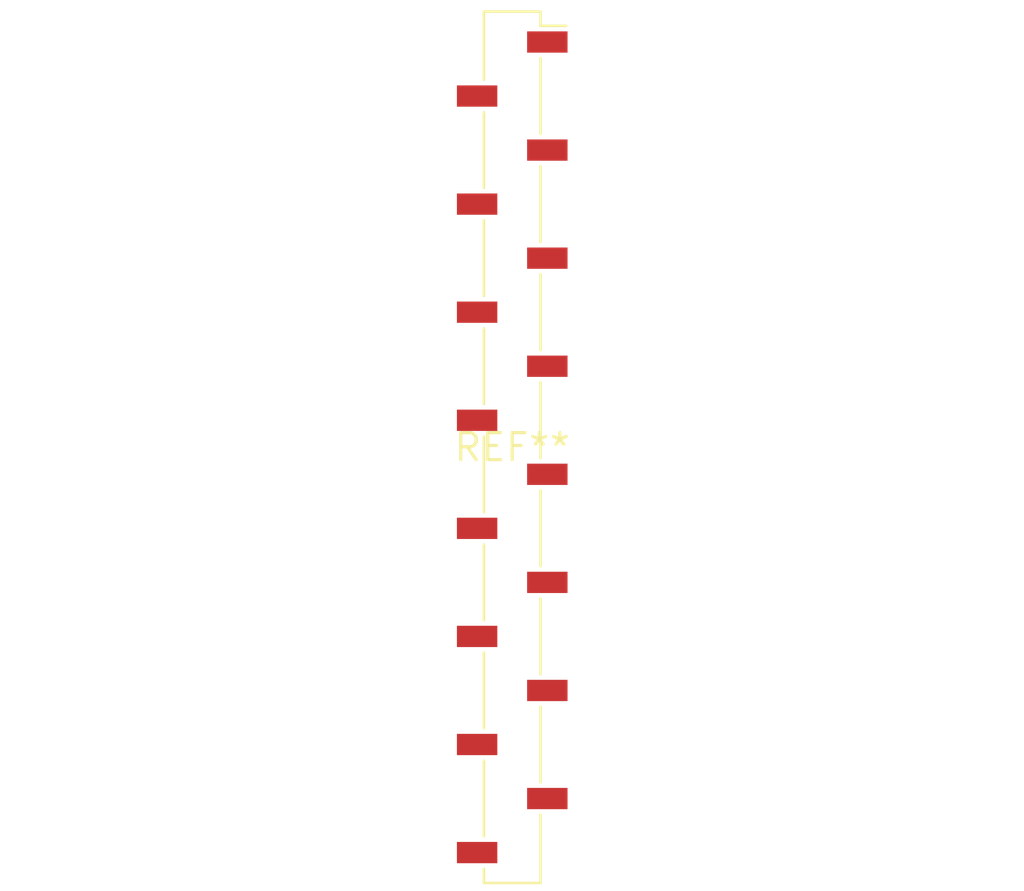
<source format=kicad_pcb>
(kicad_pcb (version 20240108) (generator pcbnew)
  (layers (0 "F.Cu" signal) (31 "B.Cu" signal) (34 "B.Paste" user) (35 "F.Paste" user) (36 "B.SilkS" user "B.Silkscreen") (37 "F.SilkS" user "F.Silkscreen") (38 "B.Mask" user) (39 "F.Mask" user) (44 "Edge.Cuts" user))
  (net 0 "")
  (footprint "PinSocket_1x16_P2.54mm_Vertical_SMD_Pin1Right" (layer "F.Cu") (at 0 0)
    (property "Reference" "REF**")
    (property "Value" "PinSocket_1x16_P2.54mm_Vertical_SMD_Pin1Right")
    (fp_line (start -1.33 -20.48) (end -1.33 -17.27) (layer "F.SilkS") (stroke (width 0.12)))
    (fp_line (start -1.33 -20.48) (end 1.33 -20.48) (layer "F.SilkS") (stroke (width 0.12)))
    (fp_line (start -1.33 -15.75) (end -1.33 -12.19) (layer "F.SilkS") (stroke (width 0.12)))
    (fp_line (start -1.33 -10.67) (end -1.33 -7.11) (layer "F.SilkS") (stroke (width 0.12)))
    (fp_line (start -1.33 -5.59) (end -1.33 -2.03) (layer "F.SilkS") (stroke (width 0.12)))
    (fp_line (start -1.33 -0.51) (end -1.33 3.05) (layer "F.SilkS") (stroke (width 0.12)))
    (fp_line (start -1.33 4.57) (end -1.33 8.13) (layer "F.SilkS") (stroke (width 0.12)))
    (fp_line (start -1.33 9.65) (end -1.33 13.21) (layer "F.SilkS") (stroke (width 0.12)))
    (fp_line (start -1.33 14.73) (end -1.33 18.29) (layer "F.SilkS") (stroke (width 0.12)))
    (fp_line (start -1.33 19.81) (end -1.33 20.48) (layer "F.SilkS") (stroke (width 0.12)))
    (fp_line (start -1.33 20.48) (end 1.33 20.48) (layer "F.SilkS") (stroke (width 0.12)))
    (fp_line (start 1.33 -20.48) (end 1.33 -19.81) (layer "F.SilkS") (stroke (width 0.12)))
    (fp_line (start 1.33 -19.81) (end 2.54 -19.81) (layer "F.SilkS") (stroke (width 0.12)))
    (fp_line (start 1.33 -18.29) (end 1.33 -14.73) (layer "F.SilkS") (stroke (width 0.12)))
    (fp_line (start 1.33 -13.21) (end 1.33 -9.65) (layer "F.SilkS") (stroke (width 0.12)))
    (fp_line (start 1.33 -8.13) (end 1.33 -4.57) (layer "F.SilkS") (stroke (width 0.12)))
    (fp_line (start 1.33 -3.05) (end 1.33 0.51) (layer "F.SilkS") (stroke (width 0.12)))
    (fp_line (start 1.33 2.03) (end 1.33 5.59) (layer "F.SilkS") (stroke (width 0.12)))
    (fp_line (start 1.33 7.11) (end 1.33 10.67) (layer "F.SilkS") (stroke (width 0.12)))
    (fp_line (start 1.33 12.19) (end 1.33 15.75) (layer "F.SilkS") (stroke (width 0.12)))
    (fp_line (start 1.33 17.27) (end 1.33 20.48) (layer "F.SilkS") (stroke (width 0.12)))
    (pad "1" smd rect (at 1.65 -19.05) (size 1.9 1) (layers "F.Cu" "F.Paste" "F.Mask"))
    (pad "2" smd rect (at -1.65 -16.51) (size 1.9 1) (layers "F.Cu" "F.Paste" "F.Mask"))
    (pad "3" smd rect (at 1.65 -13.97) (size 1.9 1) (layers "F.Cu" "F.Paste" "F.Mask"))
    (pad "4" smd rect (at -1.65 -11.43) (size 1.9 1) (layers "F.Cu" "F.Paste" "F.Mask"))
    (pad "5" smd rect (at 1.65 -8.89) (size 1.9 1) (layers "F.Cu" "F.Paste" "F.Mask"))
    (pad "6" smd rect (at -1.65 -6.35) (size 1.9 1) (layers "F.Cu" "F.Paste" "F.Mask"))
    (pad "7" smd rect (at 1.65 -3.81) (size 1.9 1) (layers "F.Cu" "F.Paste" "F.Mask"))
    (pad "8" smd rect (at -1.65 -1.27) (size 1.9 1) (layers "F.Cu" "F.Paste" "F.Mask"))
    (pad "9" smd rect (at 1.65 1.27) (size 1.9 1) (layers "F.Cu" "F.Paste" "F.Mask"))
    (pad "10" smd rect (at -1.65 3.81) (size 1.9 1) (layers "F.Cu" "F.Paste" "F.Mask"))
    (pad "11" smd rect (at 1.65 6.35) (size 1.9 1) (layers "F.Cu" "F.Paste" "F.Mask"))
    (pad "12" smd rect (at -1.65 8.89) (size 1.9 1) (layers "F.Cu" "F.Paste" "F.Mask"))
    (pad "13" smd rect (at 1.65 11.43) (size 1.9 1) (layers "F.Cu" "F.Paste" "F.Mask"))
    (pad "14" smd rect (at -1.65 13.97) (size 1.9 1) (layers "F.Cu" "F.Paste" "F.Mask"))
    (pad "15" smd rect (at 1.65 16.51) (size 1.9 1) (layers "F.Cu" "F.Paste" "F.Mask"))
    (pad "16" smd rect (at -1.65 19.05) (size 1.9 1) (layers "F.Cu" "F.Paste" "F.Mask"))
  )
)
</source>
